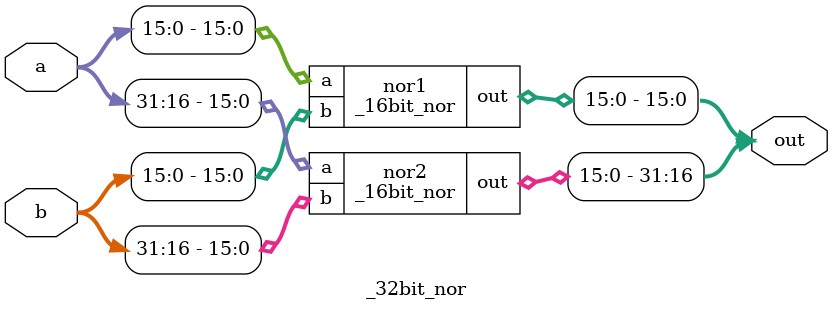
<source format=v>
module _4bit_nor(a, b, out);

input [3:0] a, b;
output [3:0] out;

nor nor1(out[0], a[0], b[0]);
nor nor2(out[1], a[1], b[1]);
nor nor3(out[2], a[2], b[2]);
nor nor4(out[3], a[3], b[3]);

endmodule


module _16bit_nor(a, b, out);

input [15:0] a, b;
output [15:0] out;

_4bit_nor nor1( a[3:0], b[3:0], out[3:0]);
_4bit_nor nor2(a[7:4], b[7:4], out[7:4]);
_4bit_nor nor3(a[11:8], b[11:8], out[11:8]);
_4bit_nor nor4(a[15:12], b[15:12], out[15:12]);

endmodule

module _32bit_nor(a, b, out);

input [31:0] a, b;
output [31:0] out;

_16bit_nor nor1(a[15:0], b[15:0], out[15:0]);
_16bit_nor nor2(a[31:16], b[31:16], out[31:16]);

endmodule

</source>
